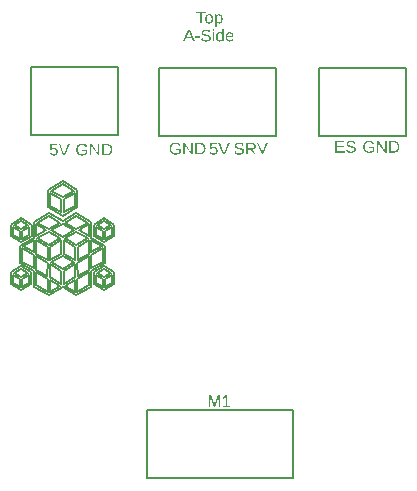
<source format=gbr>
G04 EAGLE Gerber RS-274X export*
G75*
%MOMM*%
%FSLAX34Y34*%
%LPD*%
%INSilkscreen Top*%
%IPPOS*%
%AMOC8*
5,1,8,0,0,1.08239X$1,22.5*%
G01*
G04 Define Apertures*
%ADD10C,0.152400*%
G36*
X77025Y298818D02*
X76688Y298827D01*
X76368Y298856D01*
X76065Y298903D01*
X75778Y298969D01*
X75508Y299053D01*
X75255Y299157D01*
X75018Y299279D01*
X74798Y299420D01*
X74596Y299579D01*
X74413Y299755D01*
X74250Y299948D01*
X74106Y300157D01*
X73982Y300384D01*
X73877Y300627D01*
X73792Y300887D01*
X73726Y301164D01*
X75001Y301311D01*
X75120Y300968D01*
X75279Y300671D01*
X75477Y300419D01*
X75714Y300213D01*
X75990Y300053D01*
X76305Y299939D01*
X76659Y299870D01*
X77053Y299847D01*
X77300Y299857D01*
X77533Y299886D01*
X77753Y299934D01*
X77958Y300001D01*
X78150Y300087D01*
X78328Y300192D01*
X78492Y300317D01*
X78643Y300460D01*
X78778Y300621D01*
X78894Y300795D01*
X78993Y300984D01*
X79074Y301188D01*
X79137Y301406D01*
X79181Y301638D01*
X79208Y301884D01*
X79217Y302145D01*
X79208Y302372D01*
X79181Y302588D01*
X79136Y302793D01*
X79073Y302987D01*
X78992Y303170D01*
X78892Y303341D01*
X78775Y303501D01*
X78639Y303651D01*
X78489Y303785D01*
X78325Y303902D01*
X78149Y304001D01*
X77961Y304081D01*
X77760Y304144D01*
X77546Y304189D01*
X77320Y304216D01*
X77081Y304225D01*
X76830Y304215D01*
X76587Y304185D01*
X76354Y304134D01*
X76129Y304064D01*
X75908Y303969D01*
X75687Y303847D01*
X75467Y303696D01*
X75246Y303517D01*
X74013Y303517D01*
X74343Y308826D01*
X79953Y308826D01*
X79953Y307755D01*
X75491Y307755D01*
X75302Y304624D01*
X75513Y304772D01*
X75737Y304900D01*
X75973Y305008D01*
X76221Y305097D01*
X76482Y305166D01*
X76756Y305215D01*
X77042Y305245D01*
X77340Y305254D01*
X77695Y305241D01*
X78032Y305201D01*
X78350Y305134D01*
X78649Y305041D01*
X78930Y304921D01*
X79193Y304774D01*
X79437Y304600D01*
X79662Y304400D01*
X79865Y304178D01*
X80040Y303940D01*
X80189Y303686D01*
X80311Y303416D01*
X80405Y303129D01*
X80473Y302827D01*
X80513Y302508D01*
X80527Y302173D01*
X80512Y301793D01*
X80469Y301433D01*
X80396Y301095D01*
X80295Y300777D01*
X80164Y300480D01*
X80005Y300204D01*
X79816Y299949D01*
X79599Y299714D01*
X79356Y299504D01*
X79090Y299322D01*
X78802Y299168D01*
X78492Y299042D01*
X78159Y298944D01*
X77803Y298874D01*
X77425Y298832D01*
X77025Y298818D01*
G37*
G36*
X86598Y298958D02*
X85211Y298958D01*
X81184Y308826D01*
X82592Y308826D01*
X85323Y301879D01*
X85911Y300135D01*
X86500Y301879D01*
X89217Y308826D01*
X90625Y308826D01*
X86598Y298958D01*
G37*
G36*
X212407Y299580D02*
X212070Y299589D01*
X211750Y299618D01*
X211447Y299665D01*
X211160Y299731D01*
X210890Y299815D01*
X210637Y299919D01*
X210400Y300041D01*
X210180Y300182D01*
X209978Y300341D01*
X209795Y300517D01*
X209632Y300710D01*
X209488Y300919D01*
X209364Y301146D01*
X209259Y301389D01*
X209174Y301649D01*
X209108Y301926D01*
X210383Y302073D01*
X210502Y301730D01*
X210661Y301433D01*
X210859Y301181D01*
X211096Y300975D01*
X211372Y300815D01*
X211687Y300701D01*
X212041Y300632D01*
X212435Y300609D01*
X212682Y300619D01*
X212915Y300648D01*
X213135Y300696D01*
X213340Y300763D01*
X213532Y300849D01*
X213710Y300954D01*
X213874Y301079D01*
X214025Y301222D01*
X214160Y301383D01*
X214276Y301557D01*
X214375Y301746D01*
X214456Y301950D01*
X214519Y302168D01*
X214563Y302400D01*
X214590Y302646D01*
X214599Y302907D01*
X214590Y303134D01*
X214563Y303350D01*
X214518Y303555D01*
X214455Y303749D01*
X214374Y303932D01*
X214274Y304103D01*
X214157Y304263D01*
X214021Y304413D01*
X213871Y304547D01*
X213707Y304664D01*
X213531Y304763D01*
X213343Y304843D01*
X213142Y304906D01*
X212928Y304951D01*
X212702Y304978D01*
X212463Y304987D01*
X212212Y304977D01*
X211969Y304947D01*
X211736Y304896D01*
X211511Y304826D01*
X211290Y304731D01*
X211069Y304609D01*
X210849Y304458D01*
X210628Y304279D01*
X209395Y304279D01*
X209725Y309588D01*
X215335Y309588D01*
X215335Y308517D01*
X210873Y308517D01*
X210684Y305386D01*
X210895Y305534D01*
X211119Y305662D01*
X211355Y305770D01*
X211603Y305859D01*
X211864Y305928D01*
X212138Y305977D01*
X212424Y306007D01*
X212722Y306016D01*
X213077Y306003D01*
X213414Y305963D01*
X213732Y305896D01*
X214031Y305803D01*
X214312Y305683D01*
X214575Y305536D01*
X214819Y305362D01*
X215044Y305162D01*
X215247Y304940D01*
X215422Y304702D01*
X215571Y304448D01*
X215693Y304178D01*
X215787Y303891D01*
X215855Y303589D01*
X215895Y303270D01*
X215909Y302935D01*
X215894Y302555D01*
X215851Y302195D01*
X215778Y301857D01*
X215677Y301539D01*
X215546Y301242D01*
X215387Y300966D01*
X215198Y300711D01*
X214981Y300476D01*
X214738Y300266D01*
X214472Y300084D01*
X214184Y299930D01*
X213874Y299804D01*
X213541Y299706D01*
X213185Y299636D01*
X212807Y299594D01*
X212407Y299580D01*
G37*
G36*
X221980Y299720D02*
X220593Y299720D01*
X216566Y309588D01*
X217974Y309588D01*
X220705Y302641D01*
X221293Y300897D01*
X221882Y302641D01*
X224599Y309588D01*
X226007Y309588D01*
X221980Y299720D01*
G37*
G36*
X121872Y298958D02*
X118181Y298958D01*
X118181Y308826D01*
X121444Y308826D01*
X122053Y308807D01*
X122627Y308748D01*
X123164Y308650D01*
X123665Y308512D01*
X124131Y308335D01*
X124561Y308119D01*
X124956Y307864D01*
X125314Y307569D01*
X125633Y307238D01*
X125910Y306874D01*
X126144Y306477D01*
X126336Y306047D01*
X126485Y305583D01*
X126591Y305087D01*
X126655Y304557D01*
X126676Y303994D01*
X126667Y303618D01*
X126639Y303254D01*
X126593Y302902D01*
X126527Y302562D01*
X126444Y302234D01*
X126341Y301918D01*
X126220Y301614D01*
X126081Y301322D01*
X125924Y301044D01*
X125752Y300783D01*
X125564Y300538D01*
X125361Y300311D01*
X125143Y300100D01*
X124908Y299905D01*
X124658Y299728D01*
X124393Y299567D01*
X124115Y299425D01*
X123826Y299301D01*
X123526Y299196D01*
X123216Y299110D01*
X122896Y299044D01*
X122565Y298996D01*
X122224Y298968D01*
X121872Y298958D01*
G37*
%LPC*%
G36*
X121718Y300030D02*
X121985Y300037D01*
X122244Y300059D01*
X122495Y300097D01*
X122737Y300149D01*
X122972Y300216D01*
X123198Y300297D01*
X123416Y300394D01*
X123626Y300506D01*
X123826Y300631D01*
X124014Y300770D01*
X124190Y300922D01*
X124354Y301087D01*
X124506Y301265D01*
X124646Y301457D01*
X124774Y301661D01*
X124890Y301879D01*
X124994Y302108D01*
X125083Y302347D01*
X125159Y302596D01*
X125221Y302856D01*
X125269Y303125D01*
X125304Y303405D01*
X125325Y303694D01*
X125331Y303994D01*
X125316Y304439D01*
X125269Y304857D01*
X125190Y305247D01*
X125080Y305611D01*
X124939Y305947D01*
X124766Y306256D01*
X124562Y306537D01*
X124326Y306792D01*
X124061Y307017D01*
X123768Y307213D01*
X123446Y307379D01*
X123096Y307514D01*
X122719Y307619D01*
X122313Y307695D01*
X121879Y307740D01*
X121416Y307755D01*
X119518Y307755D01*
X119518Y300030D01*
X121718Y300030D01*
G37*
%LPD*%
G36*
X109028Y298958D02*
X107837Y298958D01*
X107837Y308826D01*
X109392Y308826D01*
X114729Y300366D01*
X114666Y301549D01*
X114645Y302355D01*
X114645Y308826D01*
X115849Y308826D01*
X115849Y298958D01*
X114238Y298958D01*
X108957Y307363D01*
X108993Y306683D01*
X109028Y305514D01*
X109028Y298958D01*
G37*
G36*
X101198Y298818D02*
X100818Y298828D01*
X100451Y298856D01*
X100097Y298905D01*
X99757Y298972D01*
X99430Y299059D01*
X99117Y299165D01*
X98816Y299290D01*
X98530Y299434D01*
X98258Y299597D01*
X98002Y299776D01*
X97764Y299973D01*
X97541Y300186D01*
X97335Y300417D01*
X97146Y300664D01*
X96973Y300928D01*
X96817Y301210D01*
X96679Y301506D01*
X96558Y301815D01*
X96457Y302137D01*
X96373Y302471D01*
X96309Y302819D01*
X96262Y303179D01*
X96235Y303552D01*
X96225Y303938D01*
X96246Y304521D01*
X96306Y305071D01*
X96407Y305587D01*
X96548Y306069D01*
X96729Y306517D01*
X96950Y306930D01*
X97212Y307311D01*
X97514Y307657D01*
X97853Y307965D01*
X98224Y308233D01*
X98627Y308459D01*
X99064Y308644D01*
X99533Y308788D01*
X100034Y308891D01*
X100568Y308953D01*
X101135Y308973D01*
X101535Y308965D01*
X101916Y308939D01*
X102278Y308896D01*
X102620Y308835D01*
X102943Y308757D01*
X103247Y308662D01*
X103531Y308550D01*
X103796Y308420D01*
X104045Y308271D01*
X104278Y308102D01*
X104497Y307912D01*
X104702Y307700D01*
X104891Y307469D01*
X105066Y307216D01*
X105227Y306942D01*
X105372Y306648D01*
X104098Y306270D01*
X103868Y306662D01*
X103738Y306836D01*
X103598Y306997D01*
X103448Y307143D01*
X103288Y307275D01*
X103118Y307392D01*
X102939Y307496D01*
X102748Y307586D01*
X102547Y307664D01*
X102334Y307730D01*
X102109Y307785D01*
X101874Y307827D01*
X101627Y307857D01*
X101369Y307875D01*
X101100Y307881D01*
X100685Y307865D01*
X100296Y307816D01*
X99932Y307736D01*
X99592Y307623D01*
X99278Y307477D01*
X98990Y307300D01*
X98726Y307090D01*
X98488Y306848D01*
X98276Y306576D01*
X98092Y306278D01*
X97937Y305954D01*
X97810Y305604D01*
X97711Y305227D01*
X97641Y304823D01*
X97598Y304394D01*
X97584Y303938D01*
X97599Y303482D01*
X97644Y303052D01*
X97719Y302646D01*
X97824Y302265D01*
X97959Y301908D01*
X98124Y301576D01*
X98319Y301268D01*
X98544Y300986D01*
X98795Y300732D01*
X99069Y300512D01*
X99367Y300326D01*
X99687Y300174D01*
X100030Y300056D01*
X100397Y299971D01*
X100786Y299920D01*
X101198Y299904D01*
X101673Y299922D01*
X102132Y299977D01*
X102575Y300069D01*
X103002Y300198D01*
X103400Y300358D01*
X103759Y300544D01*
X104078Y300757D01*
X104357Y300996D01*
X104357Y302775D01*
X101408Y302775D01*
X101408Y303896D01*
X105589Y303896D01*
X105589Y300492D01*
X105175Y300115D01*
X104717Y299784D01*
X104214Y299497D01*
X103667Y299256D01*
X103379Y299153D01*
X103086Y299064D01*
X102786Y298989D01*
X102481Y298927D01*
X102169Y298880D01*
X101851Y298845D01*
X101528Y298825D01*
X101198Y298818D01*
G37*
G36*
X200866Y299720D02*
X197175Y299720D01*
X197175Y309588D01*
X200438Y309588D01*
X201047Y309569D01*
X201621Y309510D01*
X202158Y309412D01*
X202659Y309274D01*
X203125Y309097D01*
X203555Y308881D01*
X203950Y308626D01*
X204308Y308331D01*
X204627Y308000D01*
X204904Y307636D01*
X205138Y307239D01*
X205330Y306809D01*
X205479Y306345D01*
X205585Y305849D01*
X205649Y305319D01*
X205670Y304756D01*
X205661Y304380D01*
X205633Y304016D01*
X205587Y303664D01*
X205521Y303324D01*
X205438Y302996D01*
X205335Y302680D01*
X205214Y302376D01*
X205075Y302084D01*
X204918Y301806D01*
X204746Y301545D01*
X204558Y301300D01*
X204355Y301073D01*
X204137Y300862D01*
X203902Y300667D01*
X203652Y300490D01*
X203387Y300329D01*
X203109Y300187D01*
X202820Y300063D01*
X202520Y299958D01*
X202210Y299872D01*
X201890Y299806D01*
X201559Y299758D01*
X201218Y299730D01*
X200866Y299720D01*
G37*
%LPC*%
G36*
X200712Y300792D02*
X200979Y300799D01*
X201238Y300821D01*
X201489Y300859D01*
X201731Y300911D01*
X201966Y300978D01*
X202192Y301059D01*
X202410Y301156D01*
X202620Y301268D01*
X202820Y301393D01*
X203008Y301532D01*
X203184Y301684D01*
X203348Y301849D01*
X203500Y302027D01*
X203640Y302219D01*
X203768Y302423D01*
X203884Y302641D01*
X203988Y302870D01*
X204077Y303109D01*
X204153Y303358D01*
X204215Y303618D01*
X204263Y303887D01*
X204298Y304167D01*
X204319Y304456D01*
X204325Y304756D01*
X204310Y305201D01*
X204263Y305619D01*
X204184Y306009D01*
X204074Y306373D01*
X203933Y306709D01*
X203760Y307018D01*
X203556Y307299D01*
X203320Y307554D01*
X203055Y307779D01*
X202762Y307975D01*
X202440Y308141D01*
X202090Y308276D01*
X201713Y308381D01*
X201307Y308457D01*
X200873Y308502D01*
X200410Y308517D01*
X198512Y308517D01*
X198512Y300792D01*
X200712Y300792D01*
G37*
%LPD*%
G36*
X188022Y299720D02*
X186831Y299720D01*
X186831Y309588D01*
X188386Y309588D01*
X193723Y301128D01*
X193660Y302311D01*
X193639Y303117D01*
X193639Y309588D01*
X194843Y309588D01*
X194843Y299720D01*
X193232Y299720D01*
X187951Y308125D01*
X187987Y307445D01*
X188022Y306276D01*
X188022Y299720D01*
G37*
G36*
X180192Y299580D02*
X179812Y299590D01*
X179445Y299618D01*
X179091Y299667D01*
X178751Y299734D01*
X178424Y299821D01*
X178111Y299927D01*
X177810Y300052D01*
X177524Y300196D01*
X177252Y300359D01*
X176996Y300538D01*
X176758Y300735D01*
X176535Y300948D01*
X176329Y301179D01*
X176140Y301426D01*
X175967Y301690D01*
X175811Y301972D01*
X175673Y302268D01*
X175552Y302577D01*
X175451Y302899D01*
X175367Y303233D01*
X175303Y303581D01*
X175256Y303941D01*
X175229Y304314D01*
X175219Y304700D01*
X175240Y305283D01*
X175300Y305833D01*
X175401Y306349D01*
X175542Y306831D01*
X175723Y307279D01*
X175944Y307692D01*
X176206Y308073D01*
X176508Y308419D01*
X176847Y308727D01*
X177218Y308995D01*
X177621Y309221D01*
X178058Y309406D01*
X178527Y309550D01*
X179028Y309653D01*
X179562Y309715D01*
X180129Y309735D01*
X180529Y309727D01*
X180910Y309701D01*
X181272Y309658D01*
X181614Y309597D01*
X181937Y309519D01*
X182241Y309424D01*
X182525Y309312D01*
X182790Y309182D01*
X183039Y309033D01*
X183272Y308864D01*
X183491Y308674D01*
X183696Y308462D01*
X183885Y308231D01*
X184060Y307978D01*
X184221Y307704D01*
X184366Y307410D01*
X183092Y307032D01*
X182862Y307424D01*
X182732Y307598D01*
X182592Y307759D01*
X182442Y307905D01*
X182282Y308037D01*
X182112Y308154D01*
X181933Y308258D01*
X181742Y308348D01*
X181541Y308426D01*
X181328Y308492D01*
X181103Y308547D01*
X180868Y308589D01*
X180621Y308619D01*
X180363Y308637D01*
X180094Y308643D01*
X179679Y308627D01*
X179290Y308578D01*
X178926Y308498D01*
X178586Y308385D01*
X178272Y308239D01*
X177984Y308062D01*
X177720Y307852D01*
X177482Y307610D01*
X177270Y307338D01*
X177086Y307040D01*
X176931Y306716D01*
X176804Y306366D01*
X176705Y305989D01*
X176635Y305585D01*
X176592Y305156D01*
X176578Y304700D01*
X176593Y304244D01*
X176638Y303814D01*
X176713Y303408D01*
X176818Y303027D01*
X176953Y302670D01*
X177118Y302338D01*
X177313Y302030D01*
X177538Y301748D01*
X177789Y301494D01*
X178063Y301274D01*
X178361Y301088D01*
X178681Y300936D01*
X179024Y300818D01*
X179391Y300733D01*
X179780Y300682D01*
X180192Y300666D01*
X180667Y300684D01*
X181126Y300739D01*
X181569Y300831D01*
X181996Y300960D01*
X182394Y301120D01*
X182753Y301306D01*
X183072Y301519D01*
X183351Y301758D01*
X183351Y303537D01*
X180402Y303537D01*
X180402Y304658D01*
X184583Y304658D01*
X184583Y301254D01*
X184169Y300877D01*
X183711Y300546D01*
X183208Y300259D01*
X182661Y300018D01*
X182373Y299915D01*
X182080Y299826D01*
X181780Y299751D01*
X181475Y299689D01*
X181163Y299642D01*
X180845Y299607D01*
X180522Y299587D01*
X180192Y299580D01*
G37*
G36*
X364950Y301244D02*
X361259Y301244D01*
X361259Y311112D01*
X364522Y311112D01*
X365131Y311093D01*
X365705Y311034D01*
X366242Y310936D01*
X366743Y310798D01*
X367209Y310621D01*
X367639Y310405D01*
X368034Y310150D01*
X368392Y309855D01*
X368711Y309524D01*
X368988Y309160D01*
X369222Y308763D01*
X369414Y308333D01*
X369563Y307869D01*
X369669Y307373D01*
X369733Y306843D01*
X369754Y306280D01*
X369745Y305904D01*
X369717Y305540D01*
X369671Y305188D01*
X369605Y304848D01*
X369522Y304520D01*
X369419Y304204D01*
X369298Y303900D01*
X369159Y303608D01*
X369002Y303330D01*
X368830Y303069D01*
X368642Y302824D01*
X368439Y302597D01*
X368221Y302386D01*
X367986Y302191D01*
X367736Y302014D01*
X367471Y301853D01*
X367193Y301711D01*
X366904Y301587D01*
X366604Y301482D01*
X366294Y301396D01*
X365974Y301330D01*
X365643Y301282D01*
X365302Y301254D01*
X364950Y301244D01*
G37*
%LPC*%
G36*
X364796Y302316D02*
X365063Y302323D01*
X365322Y302345D01*
X365573Y302383D01*
X365815Y302435D01*
X366050Y302502D01*
X366276Y302583D01*
X366494Y302680D01*
X366704Y302792D01*
X366904Y302917D01*
X367092Y303056D01*
X367268Y303208D01*
X367432Y303373D01*
X367584Y303551D01*
X367724Y303743D01*
X367852Y303947D01*
X367968Y304165D01*
X368072Y304394D01*
X368161Y304633D01*
X368237Y304882D01*
X368299Y305142D01*
X368347Y305411D01*
X368382Y305691D01*
X368403Y305980D01*
X368409Y306280D01*
X368394Y306725D01*
X368347Y307143D01*
X368268Y307533D01*
X368158Y307897D01*
X368017Y308233D01*
X367844Y308542D01*
X367640Y308823D01*
X367404Y309078D01*
X367139Y309303D01*
X366846Y309499D01*
X366524Y309665D01*
X366174Y309800D01*
X365797Y309905D01*
X365391Y309981D01*
X364957Y310026D01*
X364494Y310041D01*
X362596Y310041D01*
X362596Y302316D01*
X364796Y302316D01*
G37*
%LPD*%
G36*
X352106Y301244D02*
X350915Y301244D01*
X350915Y311112D01*
X352470Y311112D01*
X357807Y302652D01*
X357744Y303835D01*
X357723Y304641D01*
X357723Y311112D01*
X358927Y311112D01*
X358927Y301244D01*
X357316Y301244D01*
X352035Y309649D01*
X352071Y308969D01*
X352106Y307800D01*
X352106Y301244D01*
G37*
G36*
X344276Y301104D02*
X343896Y301114D01*
X343529Y301142D01*
X343175Y301191D01*
X342835Y301258D01*
X342508Y301345D01*
X342195Y301451D01*
X341894Y301576D01*
X341608Y301720D01*
X341336Y301883D01*
X341080Y302062D01*
X340842Y302259D01*
X340619Y302472D01*
X340413Y302703D01*
X340224Y302950D01*
X340051Y303214D01*
X339895Y303496D01*
X339757Y303792D01*
X339636Y304101D01*
X339535Y304423D01*
X339451Y304757D01*
X339387Y305105D01*
X339340Y305465D01*
X339313Y305838D01*
X339303Y306224D01*
X339324Y306807D01*
X339384Y307357D01*
X339485Y307873D01*
X339626Y308355D01*
X339807Y308803D01*
X340028Y309216D01*
X340290Y309597D01*
X340592Y309943D01*
X340931Y310251D01*
X341302Y310519D01*
X341705Y310745D01*
X342142Y310930D01*
X342611Y311074D01*
X343112Y311177D01*
X343646Y311239D01*
X344213Y311259D01*
X344613Y311251D01*
X344994Y311225D01*
X345356Y311182D01*
X345698Y311121D01*
X346021Y311043D01*
X346325Y310948D01*
X346609Y310836D01*
X346874Y310706D01*
X347123Y310557D01*
X347356Y310388D01*
X347575Y310198D01*
X347780Y309986D01*
X347969Y309755D01*
X348144Y309502D01*
X348305Y309228D01*
X348450Y308934D01*
X347176Y308556D01*
X346946Y308948D01*
X346816Y309122D01*
X346676Y309283D01*
X346526Y309429D01*
X346366Y309561D01*
X346196Y309678D01*
X346017Y309782D01*
X345826Y309872D01*
X345625Y309950D01*
X345412Y310016D01*
X345187Y310071D01*
X344952Y310113D01*
X344705Y310143D01*
X344447Y310161D01*
X344178Y310167D01*
X343763Y310151D01*
X343374Y310102D01*
X343010Y310022D01*
X342670Y309909D01*
X342356Y309763D01*
X342068Y309586D01*
X341804Y309376D01*
X341566Y309134D01*
X341354Y308862D01*
X341170Y308564D01*
X341015Y308240D01*
X340888Y307890D01*
X340789Y307513D01*
X340719Y307109D01*
X340676Y306680D01*
X340662Y306224D01*
X340677Y305768D01*
X340722Y305338D01*
X340797Y304932D01*
X340902Y304551D01*
X341037Y304194D01*
X341202Y303862D01*
X341397Y303554D01*
X341622Y303272D01*
X341873Y303018D01*
X342147Y302798D01*
X342445Y302612D01*
X342765Y302460D01*
X343108Y302342D01*
X343475Y302257D01*
X343864Y302206D01*
X344276Y302190D01*
X344751Y302208D01*
X345210Y302263D01*
X345653Y302355D01*
X346080Y302484D01*
X346478Y302644D01*
X346837Y302830D01*
X347156Y303043D01*
X347435Y303282D01*
X347435Y305061D01*
X344486Y305061D01*
X344486Y306182D01*
X348667Y306182D01*
X348667Y302778D01*
X348253Y302401D01*
X347795Y302070D01*
X347292Y301783D01*
X346745Y301542D01*
X346457Y301439D01*
X346164Y301350D01*
X345864Y301275D01*
X345559Y301213D01*
X345247Y301166D01*
X344929Y301131D01*
X344606Y301111D01*
X344276Y301104D01*
G37*
G36*
X323403Y301244D02*
X315629Y301244D01*
X315629Y311112D01*
X323116Y311112D01*
X323116Y310020D01*
X316966Y310020D01*
X316966Y306854D01*
X322695Y306854D01*
X322695Y305775D01*
X316966Y305775D01*
X316966Y302337D01*
X323403Y302337D01*
X323403Y301244D01*
G37*
G36*
X328847Y301104D02*
X328408Y301114D01*
X327993Y301143D01*
X327601Y301192D01*
X327233Y301261D01*
X326889Y301349D01*
X326568Y301457D01*
X326271Y301584D01*
X325998Y301731D01*
X325749Y301897D01*
X325523Y302083D01*
X325321Y302289D01*
X325143Y302514D01*
X324988Y302759D01*
X324857Y303024D01*
X324749Y303308D01*
X324666Y303611D01*
X325962Y303870D01*
X326025Y303655D01*
X326105Y303455D01*
X326201Y303270D01*
X326312Y303099D01*
X326439Y302943D01*
X326581Y302802D01*
X326740Y302676D01*
X326914Y302564D01*
X327104Y302467D01*
X327311Y302382D01*
X327534Y302310D01*
X327774Y302252D01*
X328030Y302206D01*
X328302Y302174D01*
X328591Y302154D01*
X328896Y302147D01*
X329211Y302154D01*
X329507Y302175D01*
X329785Y302210D01*
X330044Y302259D01*
X330285Y302321D01*
X330507Y302398D01*
X330711Y302488D01*
X330896Y302592D01*
X331061Y302710D01*
X331204Y302841D01*
X331325Y302984D01*
X331424Y303141D01*
X331501Y303311D01*
X331556Y303494D01*
X331589Y303690D01*
X331600Y303898D01*
X331586Y304129D01*
X331544Y304336D01*
X331475Y304521D01*
X331379Y304683D01*
X331258Y304827D01*
X331114Y304958D01*
X330948Y305076D01*
X330759Y305180D01*
X330321Y305360D01*
X329807Y305509D01*
X328581Y305796D01*
X328031Y305926D01*
X327552Y306056D01*
X327144Y306185D01*
X326806Y306315D01*
X326519Y306448D01*
X326264Y306589D01*
X326041Y306737D01*
X325849Y306893D01*
X325685Y307059D01*
X325540Y307238D01*
X325417Y307432D01*
X325314Y307638D01*
X325233Y307860D01*
X325175Y308097D01*
X325140Y308350D01*
X325128Y308619D01*
X325143Y308927D01*
X325189Y309216D01*
X325265Y309488D01*
X325371Y309741D01*
X325507Y309977D01*
X325674Y310194D01*
X325871Y310392D01*
X326098Y310573D01*
X326354Y310734D01*
X326635Y310873D01*
X326943Y310991D01*
X327277Y311088D01*
X327638Y311163D01*
X328024Y311217D01*
X328436Y311249D01*
X328875Y311259D01*
X329283Y311251D01*
X329666Y311227D01*
X330025Y311187D01*
X330358Y311131D01*
X330667Y311058D01*
X330951Y310970D01*
X331211Y310865D01*
X331446Y310745D01*
X331660Y310605D01*
X331857Y310442D01*
X332038Y310257D01*
X332202Y310049D01*
X332349Y309818D01*
X332480Y309565D01*
X332595Y309289D01*
X332692Y308990D01*
X331375Y308759D01*
X331315Y308948D01*
X331242Y309124D01*
X331157Y309287D01*
X331060Y309436D01*
X330951Y309571D01*
X330829Y309693D01*
X330695Y309802D01*
X330549Y309897D01*
X330389Y309980D01*
X330215Y310052D01*
X330026Y310113D01*
X329822Y310162D01*
X329371Y310229D01*
X328861Y310251D01*
X328574Y310245D01*
X328304Y310226D01*
X328052Y310196D01*
X327818Y310153D01*
X327600Y310098D01*
X327401Y310030D01*
X327219Y309951D01*
X327054Y309859D01*
X326908Y309755D01*
X326781Y309638D01*
X326674Y309510D01*
X326587Y309370D01*
X326518Y309218D01*
X326470Y309054D01*
X326441Y308877D01*
X326431Y308689D01*
X326446Y308471D01*
X326491Y308273D01*
X326567Y308095D01*
X326672Y307936D01*
X326807Y307793D01*
X326967Y307661D01*
X327155Y307541D01*
X327369Y307432D01*
X327653Y307323D01*
X328050Y307202D01*
X328560Y307069D01*
X329183Y306924D01*
X330090Y306710D01*
X330532Y306591D01*
X330955Y306451D01*
X331355Y306288D01*
X331729Y306098D01*
X332066Y305872D01*
X332356Y305600D01*
X332482Y305447D01*
X332593Y305280D01*
X332690Y305100D01*
X332773Y304907D01*
X332839Y304699D01*
X332886Y304473D01*
X332914Y304229D01*
X332923Y303968D01*
X332907Y303637D01*
X332857Y303324D01*
X332773Y303031D01*
X332656Y302757D01*
X332506Y302502D01*
X332323Y302267D01*
X332106Y302050D01*
X331855Y301853D01*
X331575Y301678D01*
X331267Y301525D01*
X330932Y301397D01*
X330569Y301291D01*
X330180Y301209D01*
X329763Y301151D01*
X329318Y301116D01*
X328847Y301104D01*
G37*
G36*
X241439Y299720D02*
X240101Y299720D01*
X240101Y309588D01*
X244745Y309588D01*
X245149Y309577D01*
X245531Y309542D01*
X245888Y309483D01*
X246222Y309402D01*
X246531Y309297D01*
X246818Y309169D01*
X247080Y309017D01*
X247319Y308842D01*
X247531Y308647D01*
X247715Y308433D01*
X247871Y308201D01*
X247999Y307950D01*
X248098Y307682D01*
X248169Y307395D01*
X248211Y307089D01*
X248226Y306766D01*
X248216Y306496D01*
X248185Y306238D01*
X248135Y305990D01*
X248065Y305754D01*
X247975Y305528D01*
X247865Y305313D01*
X247735Y305110D01*
X247585Y304917D01*
X247417Y304738D01*
X247234Y304577D01*
X247036Y304433D01*
X246947Y304380D01*
X246822Y304306D01*
X246593Y304196D01*
X246350Y304104D01*
X246091Y304029D01*
X245816Y303971D01*
X247009Y302162D01*
X248618Y299720D01*
X247077Y299720D01*
X244514Y303817D01*
X241439Y303817D01*
X241439Y299720D01*
G37*
%LPC*%
G36*
X244668Y304875D02*
X244924Y304883D01*
X245166Y304906D01*
X245393Y304944D01*
X245605Y304998D01*
X245802Y305068D01*
X245984Y305153D01*
X246151Y305253D01*
X246303Y305369D01*
X246438Y305498D01*
X246556Y305640D01*
X246655Y305795D01*
X246736Y305961D01*
X246800Y306140D01*
X246845Y306332D01*
X246872Y306536D01*
X246881Y306752D01*
X246872Y306961D01*
X246844Y307157D01*
X246799Y307340D01*
X246735Y307511D01*
X246652Y307669D01*
X246552Y307814D01*
X246433Y307946D01*
X246296Y308065D01*
X246142Y308171D01*
X245971Y308263D01*
X245785Y308340D01*
X245582Y308404D01*
X245364Y308453D01*
X245129Y308489D01*
X244878Y308510D01*
X244612Y308517D01*
X241439Y308517D01*
X241439Y304875D01*
X244668Y304875D01*
G37*
%LPD*%
G36*
X234195Y299580D02*
X233756Y299590D01*
X233340Y299619D01*
X232949Y299668D01*
X232581Y299737D01*
X232236Y299825D01*
X231916Y299933D01*
X231619Y300060D01*
X231346Y300207D01*
X231096Y300373D01*
X230871Y300559D01*
X230668Y300765D01*
X230490Y300990D01*
X230335Y301235D01*
X230204Y301500D01*
X230097Y301784D01*
X230013Y302087D01*
X231309Y302346D01*
X231373Y302131D01*
X231453Y301931D01*
X231548Y301746D01*
X231659Y301575D01*
X231786Y301419D01*
X231929Y301278D01*
X232087Y301152D01*
X232262Y301040D01*
X232452Y300943D01*
X232659Y300858D01*
X232882Y300786D01*
X233121Y300728D01*
X233377Y300682D01*
X233650Y300650D01*
X233938Y300630D01*
X234244Y300623D01*
X234558Y300630D01*
X234854Y300651D01*
X235132Y300686D01*
X235391Y300735D01*
X235632Y300797D01*
X235854Y300874D01*
X236058Y300964D01*
X236243Y301068D01*
X236408Y301186D01*
X236551Y301317D01*
X236672Y301460D01*
X236771Y301617D01*
X236848Y301787D01*
X236903Y301970D01*
X236936Y302166D01*
X236947Y302374D01*
X236933Y302605D01*
X236892Y302812D01*
X236823Y302997D01*
X236726Y303159D01*
X236605Y303303D01*
X236461Y303434D01*
X236295Y303552D01*
X236107Y303656D01*
X235669Y303836D01*
X235154Y303985D01*
X233928Y304272D01*
X233379Y304402D01*
X232900Y304532D01*
X232491Y304661D01*
X232153Y304791D01*
X231866Y304924D01*
X231611Y305065D01*
X231388Y305213D01*
X231197Y305369D01*
X231032Y305535D01*
X230888Y305714D01*
X230764Y305908D01*
X230661Y306114D01*
X230580Y306336D01*
X230522Y306573D01*
X230487Y306826D01*
X230476Y307095D01*
X230491Y307403D01*
X230536Y307692D01*
X230612Y307964D01*
X230718Y308217D01*
X230855Y308453D01*
X231021Y308670D01*
X231218Y308868D01*
X231446Y309049D01*
X231701Y309210D01*
X231983Y309349D01*
X232291Y309467D01*
X232625Y309564D01*
X232985Y309639D01*
X233371Y309693D01*
X233784Y309725D01*
X234223Y309735D01*
X234630Y309727D01*
X235014Y309703D01*
X235372Y309663D01*
X235706Y309607D01*
X236015Y309534D01*
X236299Y309446D01*
X236558Y309341D01*
X236793Y309221D01*
X237007Y309081D01*
X237204Y308918D01*
X237385Y308733D01*
X237549Y308525D01*
X237697Y308294D01*
X237828Y308041D01*
X237942Y307765D01*
X238040Y307466D01*
X236723Y307235D01*
X236663Y307424D01*
X236590Y307600D01*
X236505Y307763D01*
X236408Y307912D01*
X236298Y308047D01*
X236177Y308169D01*
X236043Y308278D01*
X235897Y308373D01*
X235737Y308456D01*
X235563Y308528D01*
X235374Y308589D01*
X235170Y308638D01*
X234719Y308705D01*
X234209Y308727D01*
X233921Y308721D01*
X233652Y308702D01*
X233400Y308672D01*
X233165Y308629D01*
X232948Y308574D01*
X232748Y308506D01*
X232566Y308427D01*
X232402Y308335D01*
X232256Y308231D01*
X232129Y308114D01*
X232022Y307986D01*
X231934Y307846D01*
X231866Y307694D01*
X231817Y307530D01*
X231788Y307353D01*
X231778Y307165D01*
X231793Y306947D01*
X231839Y306749D01*
X231914Y306571D01*
X232020Y306412D01*
X232154Y306269D01*
X232315Y306137D01*
X232503Y306017D01*
X232717Y305908D01*
X233001Y305799D01*
X233398Y305678D01*
X233908Y305545D01*
X234531Y305400D01*
X235438Y305186D01*
X235880Y305067D01*
X236303Y304927D01*
X236703Y304764D01*
X237077Y304574D01*
X237414Y304348D01*
X237704Y304076D01*
X237829Y303923D01*
X237941Y303756D01*
X238038Y303576D01*
X238120Y303383D01*
X238186Y303175D01*
X238233Y302949D01*
X238261Y302705D01*
X238271Y302444D01*
X238254Y302113D01*
X238204Y301800D01*
X238121Y301507D01*
X238004Y301233D01*
X237854Y300978D01*
X237670Y300743D01*
X237453Y300526D01*
X237203Y300329D01*
X236922Y300154D01*
X236614Y300001D01*
X236279Y299873D01*
X235917Y299767D01*
X235527Y299685D01*
X235110Y299627D01*
X234666Y299592D01*
X234195Y299580D01*
G37*
G36*
X254495Y299720D02*
X253108Y299720D01*
X249081Y309588D01*
X250489Y309588D01*
X253221Y302641D01*
X253809Y300897D01*
X254397Y302641D01*
X257115Y309588D01*
X258522Y309588D01*
X254495Y299720D01*
G37*
G36*
X209631Y85852D02*
X208441Y85852D01*
X208441Y95720D01*
X210199Y95720D01*
X212825Y88878D01*
X213095Y87992D01*
X213266Y87309D01*
X213353Y87662D01*
X213501Y88160D01*
X213743Y88878D01*
X216320Y95720D01*
X218036Y95720D01*
X218036Y85852D01*
X216831Y85852D01*
X216831Y92436D01*
X216847Y93507D01*
X216894Y94537D01*
X216569Y93420D01*
X216278Y92576D01*
X213728Y85852D01*
X212790Y85852D01*
X210206Y92576D01*
X209813Y93766D01*
X209582Y94537D01*
X209603Y93759D01*
X209631Y92436D01*
X209631Y85852D01*
G37*
G36*
X226478Y85852D02*
X220294Y85852D01*
X220294Y86924D01*
X222808Y86924D01*
X222808Y94516D01*
X220581Y92926D01*
X220581Y94116D01*
X222914Y95720D01*
X224076Y95720D01*
X224076Y86924D01*
X226478Y86924D01*
X226478Y85852D01*
G37*
G36*
X214964Y407741D02*
X213704Y407741D01*
X213704Y416748D01*
X213693Y417720D01*
X213661Y418296D01*
X214880Y418296D01*
X214901Y418096D01*
X214933Y417568D01*
X214950Y417077D01*
X214978Y417077D01*
X215160Y417404D01*
X215369Y417684D01*
X215605Y417917D01*
X215868Y418103D01*
X216166Y418246D01*
X216509Y418348D01*
X216895Y418409D01*
X217324Y418429D01*
X217664Y418415D01*
X217981Y418371D01*
X218276Y418297D01*
X218548Y418195D01*
X218799Y418063D01*
X219028Y417901D01*
X219234Y417711D01*
X219419Y417491D01*
X219581Y417239D01*
X219722Y416954D01*
X219841Y416636D01*
X219939Y416284D01*
X220014Y415899D01*
X220069Y415480D01*
X220101Y415028D01*
X220112Y414542D01*
X220101Y414062D01*
X220068Y413613D01*
X220014Y413195D01*
X219938Y412808D01*
X219840Y412452D01*
X219720Y412126D01*
X219578Y411832D01*
X219415Y411569D01*
X219230Y411337D01*
X219023Y411135D01*
X218794Y410965D01*
X218544Y410826D01*
X218272Y410717D01*
X217978Y410640D01*
X217662Y410593D01*
X217324Y410578D01*
X216905Y410599D01*
X216521Y410660D01*
X216173Y410763D01*
X215861Y410907D01*
X215584Y411092D01*
X215344Y411319D01*
X215140Y411586D01*
X214971Y411895D01*
X214936Y411895D01*
X214957Y411569D01*
X214964Y410704D01*
X214964Y407741D01*
G37*
%LPC*%
G36*
X216988Y411509D02*
X217215Y411520D01*
X217426Y411553D01*
X217621Y411606D01*
X217800Y411682D01*
X217963Y411779D01*
X218110Y411897D01*
X218242Y412038D01*
X218358Y412199D01*
X218458Y412386D01*
X218546Y412603D01*
X218620Y412848D01*
X218681Y413123D01*
X218728Y413427D01*
X218761Y413760D01*
X218782Y414122D01*
X218788Y414514D01*
X218782Y414896D01*
X218762Y415249D01*
X218728Y415574D01*
X218681Y415871D01*
X218621Y416140D01*
X218548Y416380D01*
X218461Y416592D01*
X218361Y416776D01*
X218246Y416935D01*
X218116Y417073D01*
X217970Y417190D01*
X217808Y417286D01*
X217630Y417360D01*
X217437Y417413D01*
X217227Y417445D01*
X217002Y417456D01*
X216648Y417436D01*
X216334Y417377D01*
X216061Y417278D01*
X215829Y417140D01*
X215630Y416961D01*
X215456Y416737D01*
X215308Y416469D01*
X215185Y416156D01*
X215088Y415797D01*
X215019Y415387D01*
X214978Y414927D01*
X214964Y414416D01*
X214972Y414055D01*
X214994Y413719D01*
X215031Y413407D01*
X215083Y413120D01*
X215150Y412858D01*
X215232Y412620D01*
X215329Y412406D01*
X215440Y412217D01*
X215569Y412051D01*
X215716Y411907D01*
X215881Y411786D01*
X216066Y411686D01*
X216268Y411609D01*
X216490Y411554D01*
X216730Y411520D01*
X216988Y411509D01*
G37*
%LPD*%
G36*
X208725Y410578D02*
X208323Y410594D01*
X207946Y410641D01*
X207595Y410720D01*
X207269Y410831D01*
X206968Y410973D01*
X206693Y411147D01*
X206443Y411353D01*
X206218Y411590D01*
X206019Y411857D01*
X205847Y412152D01*
X205702Y412476D01*
X205582Y412827D01*
X205490Y413207D01*
X205424Y413614D01*
X205384Y414050D01*
X205371Y414514D01*
X205384Y414989D01*
X205424Y415433D01*
X205490Y415847D01*
X205583Y416230D01*
X205702Y416582D01*
X205848Y416904D01*
X206021Y417195D01*
X206220Y417456D01*
X206445Y417685D01*
X206697Y417885D01*
X206976Y418053D01*
X207281Y418191D01*
X207613Y418298D01*
X207971Y418375D01*
X208356Y418421D01*
X208767Y418436D01*
X209187Y418421D01*
X209579Y418376D01*
X209941Y418302D01*
X210275Y418197D01*
X210580Y418063D01*
X210857Y417898D01*
X211105Y417704D01*
X211324Y417480D01*
X211516Y417225D01*
X211682Y416936D01*
X211823Y416615D01*
X211938Y416261D01*
X212028Y415873D01*
X212092Y415453D01*
X212130Y415000D01*
X212143Y414514D01*
X212130Y414033D01*
X212089Y413583D01*
X212020Y413165D01*
X211924Y412779D01*
X211801Y412424D01*
X211651Y412102D01*
X211473Y411811D01*
X211268Y411551D01*
X211037Y411323D01*
X210781Y411126D01*
X210500Y410958D01*
X210194Y410821D01*
X209864Y410715D01*
X209509Y410639D01*
X209130Y410593D01*
X208725Y410578D01*
G37*
%LPC*%
G36*
X208711Y411509D02*
X208985Y411521D01*
X209238Y411555D01*
X209471Y411612D01*
X209684Y411692D01*
X209877Y411794D01*
X210049Y411919D01*
X210201Y412067D01*
X210333Y412238D01*
X210447Y412433D01*
X210546Y412653D01*
X210629Y412899D01*
X210698Y413171D01*
X210751Y413468D01*
X210789Y413791D01*
X210812Y414140D01*
X210820Y414514D01*
X210812Y414893D01*
X210790Y415245D01*
X210754Y415570D01*
X210703Y415868D01*
X210638Y416140D01*
X210558Y416385D01*
X210463Y416603D01*
X210354Y416794D01*
X210227Y416960D01*
X210081Y417105D01*
X209915Y417227D01*
X209730Y417327D01*
X209524Y417405D01*
X209299Y417460D01*
X209053Y417494D01*
X208788Y417505D01*
X208521Y417493D01*
X208273Y417459D01*
X208045Y417403D01*
X207835Y417323D01*
X207645Y417222D01*
X207473Y417097D01*
X207321Y416950D01*
X207188Y416780D01*
X207072Y416586D01*
X206972Y416366D01*
X206887Y416121D01*
X206818Y415851D01*
X206764Y415555D01*
X206725Y415233D01*
X206702Y414887D01*
X206694Y414514D01*
X206702Y414151D01*
X206725Y413811D01*
X206763Y413495D01*
X206816Y413202D01*
X206884Y412932D01*
X206968Y412685D01*
X207067Y412462D01*
X207181Y412262D01*
X207311Y412086D01*
X207459Y411933D01*
X207624Y411804D01*
X207807Y411698D01*
X208007Y411615D01*
X208224Y411556D01*
X208459Y411521D01*
X208711Y411509D01*
G37*
%LPD*%
G36*
X202655Y410718D02*
X201324Y410718D01*
X201324Y419494D01*
X197934Y419494D01*
X197934Y420586D01*
X206045Y420586D01*
X206045Y419494D01*
X202655Y419494D01*
X202655Y410718D01*
G37*
G36*
X217428Y395338D02*
X217081Y395353D01*
X216757Y395398D01*
X216458Y395474D01*
X216182Y395580D01*
X215930Y395715D01*
X215701Y395882D01*
X215497Y396078D01*
X215316Y396304D01*
X215158Y396562D01*
X215020Y396850D01*
X214904Y397169D01*
X214809Y397520D01*
X214735Y397901D01*
X214682Y398314D01*
X214651Y398757D01*
X214640Y399232D01*
X214651Y399712D01*
X214684Y400161D01*
X214738Y400579D01*
X214814Y400966D01*
X214912Y401322D01*
X215032Y401648D01*
X215174Y401942D01*
X215337Y402205D01*
X215522Y402437D01*
X215729Y402639D01*
X215958Y402809D01*
X216208Y402948D01*
X216480Y403057D01*
X216774Y403134D01*
X217090Y403181D01*
X217428Y403196D01*
X217840Y403176D01*
X218217Y403117D01*
X218558Y403019D01*
X218863Y402881D01*
X219137Y402700D01*
X219382Y402473D01*
X219599Y402199D01*
X219788Y401879D01*
X219802Y401879D01*
X219788Y402727D01*
X219788Y405872D01*
X221049Y405872D01*
X221049Y397040D01*
X221059Y396058D01*
X221091Y395478D01*
X219886Y395478D01*
X219840Y395996D01*
X219816Y396697D01*
X219788Y396697D01*
X219599Y396358D01*
X219381Y396072D01*
X219135Y395837D01*
X218860Y395653D01*
X218554Y395515D01*
X218213Y395417D01*
X217838Y395358D01*
X217428Y395338D01*
G37*
%LPC*%
G36*
X217750Y396311D02*
X218008Y396323D01*
X218249Y396358D01*
X218471Y396416D01*
X218674Y396497D01*
X218859Y396601D01*
X219026Y396729D01*
X219175Y396880D01*
X219289Y397033D01*
X219305Y397054D01*
X219418Y397252D01*
X219516Y397476D01*
X219599Y397726D01*
X219667Y398001D01*
X219720Y398302D01*
X219758Y398628D01*
X219780Y398980D01*
X219788Y399358D01*
X219780Y399722D01*
X219758Y400061D01*
X219720Y400374D01*
X219667Y400663D01*
X219599Y400926D01*
X219516Y401164D01*
X219418Y401377D01*
X219305Y401564D01*
X219175Y401728D01*
X219027Y401871D01*
X218861Y401991D01*
X218678Y402090D01*
X218476Y402166D01*
X218257Y402221D01*
X218019Y402254D01*
X217764Y402265D01*
X217534Y402254D01*
X217321Y402221D01*
X217124Y402166D01*
X216943Y402089D01*
X216780Y401990D01*
X216632Y401869D01*
X216502Y401726D01*
X216388Y401561D01*
X216288Y401371D01*
X216202Y401154D01*
X216129Y400909D01*
X216070Y400637D01*
X216023Y400338D01*
X215990Y400011D01*
X215970Y399656D01*
X215964Y399274D01*
X215970Y398891D01*
X215990Y398536D01*
X216023Y398209D01*
X216069Y397910D01*
X216128Y397640D01*
X216200Y397397D01*
X216286Y397184D01*
X216384Y396998D01*
X216497Y396837D01*
X216627Y396698D01*
X216773Y396580D01*
X216936Y396483D01*
X217114Y396408D01*
X217310Y396354D01*
X217522Y396322D01*
X217750Y396311D01*
G37*
%LPD*%
G36*
X188359Y395478D02*
X186972Y395478D01*
X190999Y405346D01*
X192519Y405346D01*
X196483Y395478D01*
X195117Y395478D01*
X193990Y398364D01*
X189493Y398364D01*
X188359Y395478D01*
G37*
%LPC*%
G36*
X193591Y399407D02*
X192323Y402664D01*
X192127Y403179D01*
X191931Y403756D01*
X191742Y404338D01*
X191679Y404142D01*
X191461Y403478D01*
X191160Y402650D01*
X189900Y399407D01*
X193591Y399407D01*
G37*
%LPD*%
G36*
X226055Y395338D02*
X225647Y395354D01*
X225264Y395401D01*
X224907Y395479D01*
X224574Y395588D01*
X224267Y395729D01*
X223984Y395901D01*
X223727Y396105D01*
X223495Y396339D01*
X223289Y396605D01*
X223110Y396901D01*
X222959Y397228D01*
X222836Y397584D01*
X222739Y397972D01*
X222671Y398389D01*
X222630Y398838D01*
X222616Y399316D01*
X222630Y399772D01*
X222671Y400200D01*
X222739Y400601D01*
X222836Y400974D01*
X222959Y401320D01*
X223110Y401639D01*
X223289Y401931D01*
X223495Y402195D01*
X223726Y402429D01*
X223981Y402633D01*
X224260Y402805D01*
X224562Y402946D01*
X224888Y403055D01*
X225237Y403134D01*
X225609Y403181D01*
X226006Y403196D01*
X226410Y403180D01*
X226789Y403133D01*
X227141Y403055D01*
X227467Y402944D01*
X227767Y402803D01*
X228041Y402630D01*
X228289Y402425D01*
X228511Y402189D01*
X228707Y401922D01*
X228877Y401623D01*
X229020Y401293D01*
X229138Y400931D01*
X229229Y400538D01*
X229294Y400113D01*
X229333Y399657D01*
X229346Y399169D01*
X229346Y399001D01*
X223940Y399001D01*
X223948Y398685D01*
X223973Y398387D01*
X224015Y398108D01*
X224074Y397847D01*
X224150Y397605D01*
X224243Y397382D01*
X224352Y397177D01*
X224479Y396991D01*
X224621Y396825D01*
X224780Y396681D01*
X224953Y396560D01*
X225142Y396460D01*
X225347Y396383D01*
X225567Y396328D01*
X225803Y396294D01*
X226055Y396283D01*
X226444Y396304D01*
X226793Y396366D01*
X227101Y396469D01*
X227368Y396613D01*
X227595Y396788D01*
X227782Y396986D01*
X227929Y397205D01*
X228037Y397446D01*
X229143Y397131D01*
X229052Y396914D01*
X228946Y396711D01*
X228828Y396522D01*
X228696Y396346D01*
X228550Y396185D01*
X228391Y396038D01*
X228218Y395905D01*
X228032Y395786D01*
X227832Y395681D01*
X227618Y395590D01*
X227392Y395513D01*
X227151Y395450D01*
X226897Y395401D01*
X226630Y395366D01*
X226349Y395345D01*
X226055Y395338D01*
G37*
%LPC*%
G36*
X228044Y399967D02*
X228011Y400257D01*
X227966Y400526D01*
X227909Y400775D01*
X227839Y401003D01*
X227756Y401211D01*
X227662Y401399D01*
X227554Y401567D01*
X227434Y401715D01*
X227301Y401844D01*
X227155Y401955D01*
X226994Y402050D01*
X226820Y402127D01*
X226632Y402187D01*
X226430Y402230D01*
X226214Y402256D01*
X225985Y402265D01*
X225761Y402255D01*
X225550Y402226D01*
X225350Y402178D01*
X225163Y402111D01*
X224987Y402025D01*
X224823Y401920D01*
X224671Y401795D01*
X224531Y401652D01*
X224405Y401491D01*
X224294Y401317D01*
X224199Y401128D01*
X224119Y400924D01*
X224055Y400707D01*
X224005Y400475D01*
X223972Y400228D01*
X223954Y399967D01*
X228044Y399967D01*
G37*
%LPD*%
G36*
X206120Y395338D02*
X205681Y395348D01*
X205266Y395377D01*
X204874Y395426D01*
X204506Y395495D01*
X204162Y395583D01*
X203842Y395691D01*
X203545Y395818D01*
X203272Y395965D01*
X203022Y396131D01*
X202796Y396317D01*
X202594Y396523D01*
X202416Y396748D01*
X202261Y396993D01*
X202130Y397258D01*
X202023Y397542D01*
X201939Y397845D01*
X203235Y398104D01*
X203299Y397889D01*
X203378Y397689D01*
X203474Y397504D01*
X203585Y397333D01*
X203712Y397177D01*
X203855Y397036D01*
X204013Y396910D01*
X204187Y396798D01*
X204378Y396701D01*
X204584Y396616D01*
X204807Y396544D01*
X205047Y396486D01*
X205303Y396440D01*
X205575Y396408D01*
X205864Y396388D01*
X206169Y396381D01*
X206484Y396388D01*
X206780Y396409D01*
X207058Y396444D01*
X207317Y396493D01*
X207558Y396555D01*
X207780Y396632D01*
X207984Y396722D01*
X208169Y396826D01*
X208334Y396944D01*
X208477Y397075D01*
X208598Y397218D01*
X208697Y397375D01*
X208774Y397545D01*
X208829Y397728D01*
X208862Y397924D01*
X208873Y398132D01*
X208859Y398363D01*
X208818Y398570D01*
X208749Y398755D01*
X208652Y398917D01*
X208531Y399061D01*
X208387Y399192D01*
X208221Y399310D01*
X208032Y399414D01*
X207595Y399594D01*
X207080Y399743D01*
X205854Y400030D01*
X205305Y400160D01*
X204826Y400290D01*
X204417Y400419D01*
X204079Y400549D01*
X203792Y400682D01*
X203537Y400823D01*
X203314Y400971D01*
X203123Y401127D01*
X202958Y401293D01*
X202814Y401472D01*
X202690Y401666D01*
X202587Y401872D01*
X202506Y402094D01*
X202448Y402331D01*
X202413Y402584D01*
X202401Y402853D01*
X202417Y403161D01*
X202462Y403450D01*
X202538Y403722D01*
X202644Y403975D01*
X202780Y404211D01*
X202947Y404428D01*
X203144Y404626D01*
X203371Y404807D01*
X203627Y404968D01*
X203909Y405107D01*
X204217Y405225D01*
X204551Y405322D01*
X204911Y405397D01*
X205297Y405451D01*
X205710Y405483D01*
X206148Y405493D01*
X206556Y405485D01*
X206939Y405461D01*
X207298Y405421D01*
X207631Y405365D01*
X207940Y405292D01*
X208225Y405204D01*
X208484Y405099D01*
X208719Y404979D01*
X208933Y404839D01*
X209130Y404676D01*
X209311Y404491D01*
X209475Y404283D01*
X209623Y404052D01*
X209754Y403799D01*
X209868Y403523D01*
X209965Y403224D01*
X208649Y402993D01*
X208588Y403182D01*
X208516Y403358D01*
X208431Y403521D01*
X208334Y403670D01*
X208224Y403805D01*
X208102Y403927D01*
X207968Y404036D01*
X207822Y404131D01*
X207663Y404214D01*
X207488Y404286D01*
X207299Y404347D01*
X207096Y404396D01*
X206644Y404463D01*
X206134Y404485D01*
X205847Y404479D01*
X205578Y404460D01*
X205325Y404430D01*
X205091Y404387D01*
X204874Y404332D01*
X204674Y404264D01*
X204492Y404185D01*
X204327Y404093D01*
X204181Y403989D01*
X204055Y403872D01*
X203948Y403744D01*
X203860Y403604D01*
X203792Y403452D01*
X203743Y403288D01*
X203714Y403111D01*
X203704Y402923D01*
X203719Y402705D01*
X203764Y402507D01*
X203840Y402329D01*
X203946Y402170D01*
X204080Y402027D01*
X204241Y401895D01*
X204428Y401775D01*
X204643Y401666D01*
X204927Y401557D01*
X205324Y401436D01*
X205834Y401303D01*
X206457Y401158D01*
X207364Y400944D01*
X207806Y400825D01*
X208229Y400685D01*
X208629Y400522D01*
X209002Y400332D01*
X209339Y400106D01*
X209629Y399834D01*
X209755Y399681D01*
X209867Y399514D01*
X209963Y399334D01*
X210046Y399141D01*
X210112Y398933D01*
X210159Y398707D01*
X210187Y398463D01*
X210197Y398202D01*
X210180Y397871D01*
X210130Y397558D01*
X210046Y397265D01*
X209930Y396991D01*
X209779Y396736D01*
X209596Y396501D01*
X209379Y396284D01*
X209128Y396087D01*
X208848Y395912D01*
X208540Y395759D01*
X208205Y395631D01*
X207842Y395525D01*
X207453Y395443D01*
X207036Y395385D01*
X206592Y395350D01*
X206120Y395338D01*
G37*
G36*
X213070Y395478D02*
X211810Y395478D01*
X211810Y403056D01*
X213070Y403056D01*
X213070Y395478D01*
G37*
G36*
X200646Y398728D02*
X197144Y398728D01*
X197144Y399848D01*
X200646Y399848D01*
X200646Y398728D01*
G37*
G36*
X213070Y404667D02*
X211810Y404667D01*
X211810Y405872D01*
X213070Y405872D01*
X213070Y404667D01*
G37*
D10*
X40827Y189987D02*
X40827Y200008D01*
X49523Y205048D01*
X40832Y230350D02*
X40832Y240350D01*
X49429Y245515D01*
X42582Y197772D02*
X42582Y191100D01*
X42582Y197772D02*
X48644Y194436D01*
X48582Y228100D02*
X42703Y231475D01*
X42703Y238210D01*
X49522Y202882D02*
X43741Y199469D01*
X43832Y239850D02*
X49523Y243270D01*
X42582Y191100D02*
X48582Y187607D01*
X48582Y228100D02*
X48582Y234850D01*
X42703Y238210D01*
X48644Y194436D02*
X48582Y187607D01*
X60298Y201205D02*
X48668Y207879D01*
X48668Y222533D01*
X58332Y240350D02*
X49429Y245515D01*
X43741Y199469D02*
X49522Y196104D01*
X55384Y199469D02*
X49522Y202882D01*
X40827Y189987D02*
X49523Y184907D01*
X58261Y200008D02*
X49523Y205048D01*
X49523Y236526D02*
X43832Y239850D01*
X49523Y243270D02*
X55377Y239850D01*
X49582Y225350D02*
X40832Y230350D01*
X50449Y194350D02*
X50449Y187607D01*
X50449Y194350D02*
X56336Y197772D01*
X50473Y228100D02*
X50473Y234842D01*
X56397Y238210D01*
X50478Y208946D02*
X60335Y203220D01*
X50478Y208946D02*
X50532Y220245D01*
X51354Y221957D02*
X60206Y216816D01*
X49523Y236526D02*
X55377Y239850D01*
X55384Y199469D02*
X49522Y196104D01*
X56336Y191100D02*
X50449Y187607D01*
X56336Y191100D02*
X56336Y197772D01*
X50473Y228100D02*
X56397Y231471D01*
X56397Y238210D01*
X58261Y189987D02*
X49523Y184907D01*
X58261Y189987D02*
X58261Y200008D01*
X49582Y225350D02*
X58332Y230350D01*
X58332Y240350D01*
X60206Y227064D02*
X60206Y216816D01*
X51354Y221957D02*
X60206Y227064D01*
X60298Y187600D02*
X72779Y180437D01*
X60298Y187600D02*
X60298Y201205D01*
X48668Y222533D02*
X60298Y229217D01*
X60298Y242690D01*
X50532Y220245D02*
X60323Y214558D01*
X60335Y203220D01*
X62082Y200100D02*
X61989Y188797D01*
X62082Y200100D02*
X71915Y194388D01*
X62171Y230325D02*
X70922Y235373D01*
X62171Y230325D02*
X62171Y240422D01*
X62203Y226940D02*
X71882Y221318D01*
X62214Y202129D02*
X71861Y196525D01*
X62214Y202129D02*
X62226Y213453D01*
X62226Y215709D02*
X62203Y226940D01*
X63057Y228709D02*
X72766Y223069D01*
X72832Y236475D02*
X63082Y242100D01*
X62171Y240422D02*
X70922Y235373D01*
X71915Y207824D02*
X71861Y196525D01*
X71882Y210100D02*
X62226Y215709D01*
X71882Y221318D02*
X71882Y210100D01*
X71915Y194388D02*
X71927Y183206D01*
X71915Y207824D02*
X62226Y213453D01*
X61989Y188797D02*
X71927Y183206D01*
X71953Y254991D02*
X71953Y269460D01*
X84582Y276850D01*
X82542Y228709D02*
X72766Y223069D01*
X63057Y228709D02*
X72766Y234310D01*
X84582Y187225D02*
X72779Y180437D01*
X72832Y236475D02*
X82582Y242100D01*
X72832Y247850D02*
X63082Y242100D01*
X60298Y242690D02*
X72909Y249939D01*
X73715Y193343D02*
X73715Y182980D01*
X82490Y188246D02*
X73715Y193343D01*
X83582Y250600D02*
X73800Y256100D01*
X73800Y267384D01*
X73877Y195600D02*
X83559Y190020D01*
X73877Y195600D02*
X73877Y206694D01*
X73877Y210100D02*
X83576Y215712D01*
X73877Y210100D02*
X73877Y221325D01*
X74770Y208423D02*
X84582Y202723D01*
X74907Y268983D02*
X84582Y274729D01*
X75023Y235361D02*
X84582Y229796D01*
X82490Y188246D02*
X73715Y182980D01*
X82542Y228709D02*
X72766Y234310D01*
X82582Y242100D02*
X72832Y247850D01*
X83582Y201100D02*
X83559Y190020D01*
X83576Y215712D02*
X83582Y226940D01*
X73877Y206694D02*
X83582Y201100D01*
X73877Y221325D02*
X83582Y226940D01*
X83582Y250600D02*
X83582Y261600D01*
X73800Y267384D01*
X84582Y214100D02*
X74770Y208423D01*
X84582Y214100D02*
X94394Y208423D01*
X75023Y235361D02*
X84582Y240850D01*
X94141Y235361D01*
X84582Y243227D02*
X72909Y249939D01*
X84582Y243227D02*
X96255Y249939D01*
X84582Y247730D02*
X71953Y254991D01*
X84582Y247730D02*
X97211Y254991D01*
X84582Y263444D02*
X74907Y268983D01*
X84582Y263444D02*
X94257Y268983D01*
X95287Y206694D02*
X85582Y201100D01*
X95287Y221325D02*
X85582Y226940D01*
X85582Y250600D02*
X85582Y261600D01*
X95364Y267384D01*
X85582Y226940D02*
X85588Y215712D01*
X85582Y201100D02*
X85605Y190020D01*
X86582Y242100D02*
X96332Y247850D01*
X96398Y234310D02*
X86622Y228709D01*
X86674Y188246D02*
X95450Y182980D01*
X84582Y229796D02*
X94141Y235361D01*
X94257Y268983D02*
X84582Y274729D01*
X94394Y208423D02*
X84582Y202723D01*
X85605Y190020D02*
X95287Y195600D01*
X95287Y206694D01*
X95287Y210100D02*
X85588Y215712D01*
X95287Y210100D02*
X95287Y221325D01*
X85582Y250600D02*
X95364Y256100D01*
X95364Y267384D01*
X95450Y193343D02*
X95450Y182980D01*
X86674Y188246D02*
X95450Y193343D01*
X108866Y242690D02*
X96255Y249939D01*
X86582Y242100D02*
X96332Y236475D01*
X106082Y242100D02*
X96332Y247850D01*
X84582Y187225D02*
X96385Y180437D01*
X96398Y223069D02*
X86622Y228709D01*
X96398Y234310D02*
X106107Y228709D01*
X97211Y254991D02*
X97211Y269460D01*
X84582Y276850D01*
X107175Y188797D02*
X97237Y183206D01*
X97249Y194388D01*
X97249Y207824D02*
X106938Y213453D01*
X106938Y215709D02*
X97282Y210100D01*
X97282Y221318D01*
X97249Y207824D02*
X97303Y196525D01*
X98242Y235373D02*
X106994Y240422D01*
X106082Y242100D02*
X96332Y236475D01*
X106107Y228709D02*
X96398Y223069D01*
X106938Y213453D02*
X106950Y202129D01*
X106938Y215709D02*
X106961Y226940D01*
X106950Y202129D02*
X97303Y196525D01*
X97282Y221318D02*
X106961Y226940D01*
X106994Y230325D02*
X98242Y235373D01*
X106994Y240422D02*
X106994Y230325D01*
X107082Y200100D02*
X97249Y194388D01*
X107082Y200100D02*
X107175Y188797D01*
X108829Y203220D02*
X108841Y214558D01*
X118632Y220245D01*
X108866Y187600D02*
X96385Y180437D01*
X108866Y187600D02*
X108866Y201205D01*
X120496Y222533D02*
X108866Y229217D01*
X108866Y242690D01*
X108958Y227064D02*
X108958Y216816D01*
X117810Y221957D02*
X108958Y227064D01*
X110832Y230350D02*
X119582Y225350D01*
X110832Y230350D02*
X110832Y240350D01*
X110903Y189987D02*
X119641Y184907D01*
X110903Y189987D02*
X110903Y200008D01*
X118691Y228100D02*
X112767Y231471D01*
X112767Y238210D01*
X112828Y191100D02*
X118715Y187607D01*
X112828Y191100D02*
X112828Y197772D01*
X113780Y199469D02*
X119642Y196104D01*
X119641Y236526D02*
X113787Y239850D01*
X117810Y221957D02*
X108958Y216816D01*
X118632Y220245D02*
X118686Y208946D01*
X108829Y203220D01*
X118691Y228100D02*
X118691Y234842D01*
X112767Y238210D01*
X118715Y194350D02*
X118715Y187607D01*
X118715Y194350D02*
X112828Y197772D01*
X119582Y225350D02*
X128332Y230350D01*
X128337Y189987D02*
X119641Y184907D01*
X110903Y200008D02*
X119641Y205048D01*
X119641Y236526D02*
X125332Y239850D01*
X119641Y243270D02*
X113787Y239850D01*
X125423Y199469D02*
X119642Y196104D01*
X113780Y199469D02*
X119642Y202882D01*
X110832Y240350D02*
X119735Y245515D01*
X120496Y207879D02*
X108866Y201205D01*
X120496Y207879D02*
X120496Y222533D01*
X120520Y194436D02*
X120582Y187607D01*
X126582Y191100D01*
X120582Y228100D02*
X120582Y234850D01*
X126461Y238210D01*
X125332Y239850D02*
X119641Y243270D01*
X119642Y202882D02*
X125423Y199469D01*
X120582Y228100D02*
X126461Y231475D01*
X126461Y238210D01*
X126582Y197772D02*
X126582Y191100D01*
X126582Y197772D02*
X120520Y194436D01*
X128332Y230350D02*
X128332Y240350D01*
X119735Y245515D01*
X128337Y200008D02*
X128337Y189987D01*
X128337Y200008D02*
X119641Y205048D01*
X131688Y315844D02*
X57688Y315844D01*
X131688Y315844D02*
X131688Y373344D01*
X57688Y373344D02*
X57688Y315844D01*
X57688Y373344D02*
X131688Y373344D01*
X301528Y315590D02*
X375528Y315590D01*
X375528Y373090D01*
X301528Y373090D02*
X301528Y315590D01*
X301528Y373090D02*
X375528Y373090D01*
X280024Y25444D02*
X156024Y25444D01*
X156024Y82944D02*
X280024Y82944D01*
X280024Y25444D01*
X156024Y25444D02*
X156024Y82944D01*
X166508Y373082D02*
X265508Y373082D01*
X265508Y315582D02*
X166508Y315582D01*
X166508Y373082D01*
X265508Y373082D02*
X265508Y315582D01*
M02*

</source>
